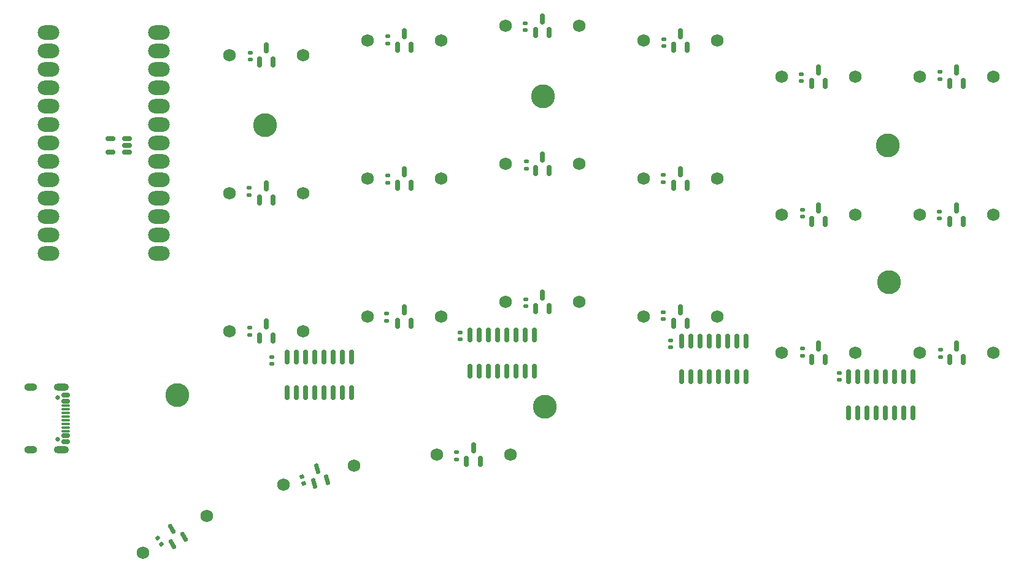
<source format=gts>
G04 #@! TF.GenerationSoftware,KiCad,Pcbnew,8.0.3*
G04 #@! TF.CreationDate,2024-06-14T18:21:21-07:00*
G04 #@! TF.ProjectId,Keyboard,4b657962-6f61-4726-942e-6b696361645f,rev?*
G04 #@! TF.SameCoordinates,Original*
G04 #@! TF.FileFunction,Soldermask,Top*
G04 #@! TF.FilePolarity,Negative*
%FSLAX46Y46*%
G04 Gerber Fmt 4.6, Leading zero omitted, Abs format (unit mm)*
G04 Created by KiCad (PCBNEW 8.0.3) date 2024-06-14 18:21:21*
%MOMM*%
%LPD*%
G01*
G04 APERTURE LIST*
G04 Aperture macros list*
%AMRoundRect*
0 Rectangle with rounded corners*
0 $1 Rounding radius*
0 $2 $3 $4 $5 $6 $7 $8 $9 X,Y pos of 4 corners*
0 Add a 4 corners polygon primitive as box body*
4,1,4,$2,$3,$4,$5,$6,$7,$8,$9,$2,$3,0*
0 Add four circle primitives for the rounded corners*
1,1,$1+$1,$2,$3*
1,1,$1+$1,$4,$5*
1,1,$1+$1,$6,$7*
1,1,$1+$1,$8,$9*
0 Add four rect primitives between the rounded corners*
20,1,$1+$1,$2,$3,$4,$5,0*
20,1,$1+$1,$4,$5,$6,$7,0*
20,1,$1+$1,$6,$7,$8,$9,0*
20,1,$1+$1,$8,$9,$2,$3,0*%
G04 Aperture macros list end*
%ADD10C,1.750000*%
%ADD11RoundRect,0.150000X0.150000X-0.587500X0.150000X0.587500X-0.150000X0.587500X-0.150000X-0.587500X0*%
%ADD12RoundRect,0.140000X0.170000X-0.140000X0.170000X0.140000X-0.170000X0.140000X-0.170000X-0.140000X0*%
%ADD13C,0.650000*%
%ADD14RoundRect,0.150000X-0.425000X0.150000X-0.425000X-0.150000X0.425000X-0.150000X0.425000X0.150000X0*%
%ADD15RoundRect,0.075000X-0.500000X0.075000X-0.500000X-0.075000X0.500000X-0.075000X0.500000X0.075000X0*%
%ADD16O,2.100000X1.000000*%
%ADD17O,1.800000X1.000000*%
%ADD18RoundRect,0.150000X0.150000X-0.825000X0.150000X0.825000X-0.150000X0.825000X-0.150000X-0.825000X0*%
%ADD19RoundRect,0.140000X-0.170000X0.140000X-0.170000X-0.140000X0.170000X-0.140000X0.170000X0.140000X0*%
%ADD20RoundRect,0.150000X0.296945X-0.528659X-0.007167X0.606304X-0.296945X0.528659X0.007167X-0.606304X0*%
%ADD21RoundRect,0.150000X0.512500X0.150000X-0.512500X0.150000X-0.512500X-0.150000X0.512500X-0.150000X0*%
%ADD22C,3.300000*%
%ADD23RoundRect,0.150000X0.423654X-0.433790X-0.163846X0.583790X-0.423654X0.433790X0.163846X-0.583790X0*%
%ADD24RoundRect,0.140000X0.217224X-0.036244X0.077224X0.206244X-0.217224X0.036244X-0.077224X-0.206244X0*%
%ADD25RoundRect,0.140000X0.200442X-0.091230X0.127973X0.179229X-0.200442X0.091230X-0.127973X-0.179229X0*%
%ADD26O,3.000000X2.000000*%
G04 APERTURE END LIST*
D10*
G04 #@! TO.C,H5*
X102893097Y-260084801D03*
X112706903Y-257455199D03*
G04 #@! TD*
D11*
G04 #@! TO.C,U11*
X99620000Y-239837500D03*
X101520000Y-239837500D03*
X100570000Y-237962500D03*
G04 #@! TD*
D10*
G04 #@! TO.C,H7*
X124065000Y-255950000D03*
X134225000Y-255950000D03*
G04 #@! TD*
D12*
G04 #@! TO.C,C36*
X136250000Y-197380000D03*
X136250000Y-196420000D03*
G04 #@! TD*
D11*
G04 #@! TO.C,U12*
X128195000Y-256887500D03*
X130095000Y-256887500D03*
X129145000Y-255012500D03*
G04 #@! TD*
G04 #@! TO.C,U25*
X194870000Y-223787500D03*
X196770000Y-223787500D03*
X195820000Y-221912500D03*
G04 #@! TD*
G04 #@! TO.C,U9*
X99620000Y-201737500D03*
X101520000Y-201737500D03*
X100570000Y-199862500D03*
G04 #@! TD*
D12*
G04 #@! TO.C,C37*
X193450000Y-223360000D03*
X193450000Y-222400000D03*
G04 #@! TD*
G04 #@! TO.C,C33*
X155300000Y-218330000D03*
X155300000Y-217370000D03*
G04 #@! TD*
D10*
G04 #@! TO.C,H18*
X171690000Y-222850000D03*
X181850000Y-222850000D03*
G04 #@! TD*
G04 #@! TO.C,H19*
X133590000Y-196800000D03*
X143750000Y-196800000D03*
G04 #@! TD*
D13*
G04 #@! TO.C,J4*
X71760000Y-248060000D03*
X71760000Y-253840000D03*
D14*
X72835000Y-247750000D03*
X72835000Y-248550000D03*
D15*
X72835000Y-249700000D03*
X72835000Y-250700000D03*
X72835000Y-251200000D03*
X72835000Y-252200000D03*
D14*
X72835000Y-253350000D03*
X72835000Y-254150000D03*
X72835000Y-254150000D03*
X72835000Y-253350000D03*
D15*
X72835000Y-252700000D03*
X72835000Y-251700000D03*
X72835000Y-250200000D03*
X72835000Y-249200000D03*
D14*
X72835000Y-248550000D03*
X72835000Y-247750000D03*
D16*
X72260000Y-246630000D03*
D17*
X68080000Y-246630000D03*
D16*
X72260000Y-255270000D03*
D17*
X68080000Y-255270000D03*
G04 #@! TD*
D18*
G04 #@! TO.C,U6*
X128655000Y-244425000D03*
X129925000Y-244425000D03*
X131195000Y-244425000D03*
X132465000Y-244425000D03*
X133735000Y-244425000D03*
X135005000Y-244425000D03*
X136275000Y-244425000D03*
X137545000Y-244425000D03*
X137545000Y-239475000D03*
X136275000Y-239475000D03*
X135005000Y-239475000D03*
X133735000Y-239475000D03*
X132465000Y-239475000D03*
X131195000Y-239475000D03*
X129925000Y-239475000D03*
X128655000Y-239475000D03*
G04 #@! TD*
D19*
G04 #@! TO.C,C18*
X101350000Y-242490000D03*
X101350000Y-243450000D03*
G04 #@! TD*
D12*
G04 #@! TO.C,C29*
X117350000Y-218430000D03*
X117350000Y-217470000D03*
G04 #@! TD*
D10*
G04 #@! TO.C,H17*
X133590000Y-215850000D03*
X143750000Y-215850000D03*
G04 #@! TD*
D12*
G04 #@! TO.C,C28*
X117350000Y-199200000D03*
X117350000Y-198240000D03*
G04 #@! TD*
D11*
G04 #@! TO.C,U18*
X137720000Y-235837500D03*
X139620000Y-235837500D03*
X138670000Y-233962500D03*
G04 #@! TD*
D20*
G04 #@! TO.C,U13*
X107125013Y-259921434D03*
X108960272Y-259429677D03*
X107557357Y-257864445D03*
G04 #@! TD*
D10*
G04 #@! TO.C,H20*
X171690000Y-241900000D03*
X181850000Y-241900000D03*
G04 #@! TD*
D11*
G04 #@! TO.C,U29*
X175820000Y-242837500D03*
X177720000Y-242837500D03*
X176770000Y-240962500D03*
G04 #@! TD*
D12*
G04 #@! TO.C,C35*
X174350000Y-204410000D03*
X174350000Y-203450000D03*
G04 #@! TD*
D10*
G04 #@! TO.C,H15*
X152640000Y-217850000D03*
X162800000Y-217850000D03*
G04 #@! TD*
D18*
G04 #@! TO.C,U5*
X103405000Y-247425000D03*
X104675000Y-247425000D03*
X105945000Y-247425000D03*
X107215000Y-247425000D03*
X108485000Y-247425000D03*
X109755000Y-247425000D03*
X111025000Y-247425000D03*
X112295000Y-247425000D03*
X112295000Y-242475000D03*
X111025000Y-242475000D03*
X109755000Y-242475000D03*
X108485000Y-242475000D03*
X107215000Y-242475000D03*
X105945000Y-242475000D03*
X104675000Y-242475000D03*
X103405000Y-242475000D03*
G04 #@! TD*
D11*
G04 #@! TO.C,U20*
X156770000Y-199737500D03*
X158670000Y-199737500D03*
X157720000Y-197862500D03*
G04 #@! TD*
D12*
G04 #@! TO.C,C22*
X98200000Y-220110000D03*
X98200000Y-219150000D03*
G04 #@! TD*
D21*
G04 #@! TO.C,U31*
X81327500Y-214232500D03*
X81327500Y-213282500D03*
X81327500Y-212332500D03*
X79052500Y-212332500D03*
X79052500Y-214232500D03*
G04 #@! TD*
D12*
G04 #@! TO.C,C34*
X155350000Y-237280000D03*
X155350000Y-236320000D03*
G04 #@! TD*
G04 #@! TO.C,C17*
X98350000Y-201430000D03*
X98350000Y-200470000D03*
G04 #@! TD*
D22*
G04 #@! TO.C,*
X88250000Y-247720000D03*
G04 #@! TD*
D10*
G04 #@! TO.C,H11*
X152640000Y-198800000D03*
X162800000Y-198800000D03*
G04 #@! TD*
D12*
G04 #@! TO.C,C31*
X117150000Y-237480000D03*
X117150000Y-236520000D03*
G04 #@! TD*
D22*
G04 #@! TO.C,*
X186510000Y-232200000D03*
G04 #@! TD*
D23*
G04 #@! TO.C,U14*
X87606026Y-268286899D03*
X89251474Y-267336900D03*
X87491250Y-266188101D03*
G04 #@! TD*
D11*
G04 #@! TO.C,U21*
X156770000Y-218787500D03*
X158670000Y-218787500D03*
X157720000Y-216912500D03*
G04 #@! TD*
G04 #@! TO.C,U15*
X137720000Y-216787500D03*
X139620000Y-216787500D03*
X138670000Y-214912500D03*
G04 #@! TD*
D18*
G04 #@! TO.C,U7*
X157855000Y-245225000D03*
X159125000Y-245225000D03*
X160395000Y-245225000D03*
X161665000Y-245225000D03*
X162935000Y-245225000D03*
X164205000Y-245225000D03*
X165475000Y-245225000D03*
X166745000Y-245225000D03*
X166745000Y-240275000D03*
X165475000Y-240275000D03*
X164205000Y-240275000D03*
X162935000Y-240275000D03*
X161665000Y-240275000D03*
X160395000Y-240275000D03*
X159125000Y-240275000D03*
X157855000Y-240275000D03*
G04 #@! TD*
D10*
G04 #@! TO.C,H10*
X190740000Y-203800000D03*
X200900000Y-203800000D03*
G04 #@! TD*
G04 #@! TO.C,H21*
X95490000Y-238900000D03*
X105650000Y-238900000D03*
G04 #@! TD*
D12*
G04 #@! TO.C,C23*
X98300000Y-239410000D03*
X98300000Y-238450000D03*
G04 #@! TD*
G04 #@! TO.C,C40*
X193600000Y-242460000D03*
X193600000Y-241500000D03*
G04 #@! TD*
G04 #@! TO.C,C39*
X174550000Y-223130000D03*
X174550000Y-222170000D03*
G04 #@! TD*
G04 #@! TO.C,C38*
X193562500Y-204100000D03*
X193562500Y-203140000D03*
G04 #@! TD*
D18*
G04 #@! TO.C,U8*
X180905000Y-250175000D03*
X182175000Y-250175000D03*
X183445000Y-250175000D03*
X184715000Y-250175000D03*
X185985000Y-250175000D03*
X187255000Y-250175000D03*
X188525000Y-250175000D03*
X189795000Y-250175000D03*
X189795000Y-245225000D03*
X188525000Y-245225000D03*
X187255000Y-245225000D03*
X185985000Y-245225000D03*
X184715000Y-245225000D03*
X183445000Y-245225000D03*
X182175000Y-245225000D03*
X180905000Y-245225000D03*
G04 #@! TD*
D10*
G04 #@! TO.C,H16*
X171690000Y-203800000D03*
X181850000Y-203800000D03*
G04 #@! TD*
D24*
G04 #@! TO.C,C26*
X86080000Y-268281384D03*
X85600000Y-267450000D03*
G04 #@! TD*
D11*
G04 #@! TO.C,U17*
X118670000Y-218787500D03*
X120570000Y-218787500D03*
X119620000Y-216912500D03*
G04 #@! TD*
D19*
G04 #@! TO.C,C19*
X127300000Y-239070000D03*
X127300000Y-240030000D03*
G04 #@! TD*
D10*
G04 #@! TO.C,H3*
X95490000Y-219850000D03*
X105650000Y-219850000D03*
G04 #@! TD*
D11*
G04 #@! TO.C,U26*
X194870000Y-204737500D03*
X196770000Y-204737500D03*
X195820000Y-202862500D03*
G04 #@! TD*
D25*
G04 #@! TO.C,C25*
X105724233Y-259913644D03*
X105475767Y-258986356D03*
G04 #@! TD*
D22*
G04 #@! TO.C,*
X186310000Y-213320000D03*
G04 #@! TD*
D10*
G04 #@! TO.C,H2*
X114540000Y-198800000D03*
X124700000Y-198800000D03*
G04 #@! TD*
G04 #@! TO.C,H14*
X133590000Y-234900000D03*
X143750000Y-234900000D03*
G04 #@! TD*
D11*
G04 #@! TO.C,U24*
X137720000Y-197737500D03*
X139620000Y-197737500D03*
X138670000Y-195862500D03*
G04 #@! TD*
D10*
G04 #@! TO.C,H8*
X190740000Y-241900000D03*
X200900000Y-241900000D03*
G04 #@! TD*
D11*
G04 #@! TO.C,U23*
X175820000Y-204737500D03*
X177720000Y-204737500D03*
X176770000Y-202862500D03*
G04 #@! TD*
D22*
G04 #@! TO.C,*
X139040000Y-249360000D03*
G04 #@! TD*
D12*
G04 #@! TO.C,C41*
X174550000Y-242300000D03*
X174550000Y-241340000D03*
G04 #@! TD*
D11*
G04 #@! TO.C,U22*
X156770000Y-237837500D03*
X158670000Y-237837500D03*
X157720000Y-235962500D03*
G04 #@! TD*
D10*
G04 #@! TO.C,H13*
X114540000Y-217850000D03*
X124700000Y-217850000D03*
G04 #@! TD*
D11*
G04 #@! TO.C,U19*
X118670000Y-237837500D03*
X120570000Y-237837500D03*
X119620000Y-235962500D03*
G04 #@! TD*
D10*
G04 #@! TO.C,H4*
X95490000Y-200800000D03*
X105650000Y-200800000D03*
G04 #@! TD*
D19*
G04 #@! TO.C,C21*
X179600000Y-244700000D03*
X179600000Y-245660000D03*
G04 #@! TD*
D10*
G04 #@! TO.C,H6*
X83560591Y-269540000D03*
X92359409Y-264460000D03*
G04 #@! TD*
D19*
G04 #@! TO.C,C20*
X156350000Y-240220000D03*
X156350000Y-241180000D03*
G04 #@! TD*
D11*
G04 #@! TO.C,U16*
X118670000Y-199737500D03*
X120570000Y-199737500D03*
X119620000Y-197862500D03*
G04 #@! TD*
D12*
G04 #@! TO.C,C24*
X126845000Y-256597500D03*
X126845000Y-255637500D03*
G04 #@! TD*
D22*
G04 #@! TO.C,*
X100380000Y-210510000D03*
G04 #@! TD*
D11*
G04 #@! TO.C,U28*
X194870000Y-242837500D03*
X196770000Y-242837500D03*
X195820000Y-240962500D03*
G04 #@! TD*
D12*
G04 #@! TO.C,C32*
X155400000Y-199610000D03*
X155400000Y-198650000D03*
G04 #@! TD*
D11*
G04 #@! TO.C,U10*
X99620000Y-220787500D03*
X101520000Y-220787500D03*
X100570000Y-218912500D03*
G04 #@! TD*
D10*
G04 #@! TO.C,H9*
X190740000Y-222850000D03*
X200900000Y-222850000D03*
G04 #@! TD*
G04 #@! TO.C,H12*
X114540000Y-236900000D03*
X124700000Y-236900000D03*
G04 #@! TD*
D11*
G04 #@! TO.C,U27*
X175820000Y-223787500D03*
X177720000Y-223787500D03*
X176770000Y-221912500D03*
G04 #@! TD*
D12*
G04 #@! TO.C,C27*
X136450000Y-216480000D03*
X136450000Y-215520000D03*
G04 #@! TD*
D22*
G04 #@! TO.C,*
X138770000Y-206540000D03*
G04 #@! TD*
D10*
G04 #@! TO.C,H1*
X152640000Y-236900000D03*
X162800000Y-236900000D03*
G04 #@! TD*
D12*
G04 #@! TO.C,C30*
X136350000Y-235510000D03*
X136350000Y-234550000D03*
G04 #@! TD*
D26*
G04 #@! TO.C,U1*
X85720000Y-197710000D03*
X85720000Y-200250000D03*
X85720000Y-202790000D03*
X85720000Y-205330000D03*
X85720000Y-207870000D03*
X85720000Y-210410000D03*
X85720000Y-212950000D03*
X85720000Y-215490000D03*
X85720000Y-218030000D03*
X85720000Y-220570000D03*
X85720000Y-223110000D03*
X85720000Y-225650000D03*
X85720000Y-228190000D03*
X70480000Y-228190000D03*
X70480000Y-225650000D03*
X70480000Y-223110000D03*
X70480000Y-220570000D03*
X70480000Y-218030000D03*
X70480000Y-215490000D03*
X70480000Y-212950000D03*
X70480000Y-210410000D03*
X70480000Y-207870000D03*
X70480000Y-205330000D03*
X70480000Y-202790000D03*
X70480000Y-200250000D03*
X70480000Y-197710000D03*
G04 #@! TD*
M02*

</source>
